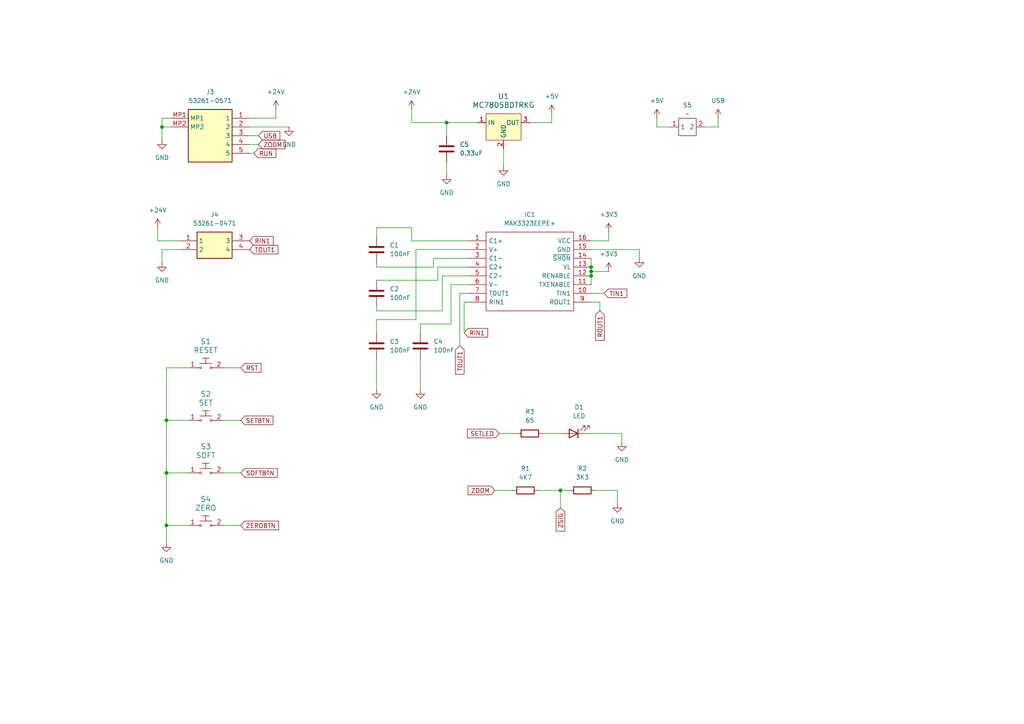
<source format=kicad_sch>
(kicad_sch (version 20231120) (generator "eeschema") (generator_version "8.0")
  (paper "A4")
  (lib_symbols
    (symbol "53261-0471:53261-0471"
      (property "Reference" "J" (at 16.51 7.62 0))
      (property "Value" "53261-0471" (at 16.51 5.08 0))
      (symbol "53261-0471_1_1"
        (rectangle (start 5.08 2.54) (end 15.24 -5.08) (stroke (width 0.254)) (fill (type background)))
        (pin passive line (at 0 0 0) (length 5.08) (name "1") (number "1"))
        (pin passive line (at 0 -2.54 0) (length 5.08) (name "2") (number "2"))
        (pin passive line (at 20.32 0 180) (length 5.08) (name "3") (number "3"))
        (pin passive line (at 20.32 -2.54 180) (length 5.08) (name "4") (number "4"))
      )
    )
    (symbol "53261-0571:53261-0571"
      (property "Reference" "J" (at 19.05 7.62 0))
      (property "Value" "53261-0571" (at 19.05 5.08 0))
      (symbol "53261-0571_1_1"
        (rectangle (start 5.08 2.54) (end 17.78 -12.7) (stroke (width 0.254)) (fill (type background)))
        (pin passive line (at 22.86 0 180) (length 5.08) (name "1") (number "1"))
        (pin passive line (at 22.86 -2.54 180) (length 5.08) (name "2") (number "2"))
        (pin passive line (at 22.86 -5.08 180) (length 5.08) (name "3") (number "3"))
        (pin passive line (at 22.86 -7.62 180) (length 5.08) (name "4") (number "4"))
        (pin passive line (at 22.86 -10.16 180) (length 5.08) (name "5") (number "5"))
        (pin passive line (at 0 0 0) (length 5.08) (name "MP1") (number "MP1"))
        (pin passive line (at 0 -2.54 0) (length 5.08) (name "MP2") (number "MP2"))
      )
    )
    (symbol "Device:C" (pin_numbers hide) (pin_names (offset 0.254))
      (property "Reference" "C" (at 0.635 2.54 0))
      (property "Value" "C" (at 0.635 -2.54 0))
      (symbol "C_0_1"
        (polyline (pts (xy -2.032 -0.762) (xy 2.032 -0.762)) (stroke (width 0.508)))
        (polyline (pts (xy -2.032 0.762) (xy 2.032 0.762)) (stroke (width 0.508)))
      )
      (symbol "C_1_1"
        (pin passive line (at 0 3.81 270) (length 2.794) (name "~") (number "1"))
        (pin passive line (at 0 -3.81 90) (length 2.794) (name "~") (number "2"))
      )
    )
    (symbol "Device:DS04-254-1L-01BK"
      (property "Reference" "SW" (at 0 0 0))
      (symbol "DS04-254-1L-01BK_0_1"
        (rectangle (start -2.54 2.54) (end 2.54 -2.54))
      )
      (symbol "DS04-254-1L-01BK_1_1"
        (pin bidirectional line (at -5.08 0 0) (length 2.54) (name "1") (number "1"))
        (pin bidirectional line (at 5.08 0 180) (length 2.54) (name "2") (number "2"))
      )
    )
    (symbol "Device:LED" (pin_numbers hide) (pin_names (offset 1.016) hide)
      (property "Reference" "D" (at 0 2.54 0))
      (property "Value" "LED" (at 0 -2.54 0))
      (symbol "LED_0_1"
        (polyline (pts (xy -1.27 -1.27) (xy -1.27 1.27)) (stroke (width 0.254)))
        (polyline (pts (xy -1.27 0) (xy 1.27 0)))
        (polyline (pts (xy 1.27 -1.27) (xy 1.27 1.27) (xy -1.27 0) (xy 1.27 -1.27)) (stroke (width 0.254)))
        (polyline (pts (xy -3.048 -0.762) (xy -4.572 -2.286) (xy -3.81 -2.286) (xy -4.572 -2.286) (xy -4.572 -1.524)))
        (polyline (pts (xy -1.778 -0.762) (xy -3.302 -2.286) (xy -2.54 -2.286) (xy -3.302 -2.286) (xy -3.302 -1.524)))
      )
      (symbol "LED_1_1"
        (pin passive line (at -3.81 0 0) (length 2.54) (name "K") (number "1"))
        (pin passive line (at 3.81 0 180) (length 2.54) (name "A") (number "2"))
      )
    )
    (symbol "Device:R" (pin_numbers hide) (pin_names (offset 0))
      (property "Reference" "R" (at 2.032 0 90))
      (property "Value" "R" (at 0 0 90))
      (symbol "R_0_1"
        (rectangle (start -1.016 -2.54) (end 1.016 2.54) (stroke (width 0.254)))
      )
      (symbol "R_1_1"
        (pin passive line (at 0 3.81 270) (length 1.27) (name "~") (number "1"))
        (pin passive line (at 0 -3.81 90) (length 1.27) (name "~") (number "2"))
      )
    )
    (symbol "MAX3323EEPE+:MAX3323EEPE+" (pin_names (offset 0.762))
      (property "Reference" "IC" (at 31.75 7.62 0))
      (property "Value" "MAX3323EEPE+" (at 31.75 5.08 0))
      (symbol "MAX3323EEPE+_0_0"
        (pin passive line (at 0 0 0) (length 5.08) (name "C1+") (number "1"))
        (pin passive line (at 35.56 -15.24 180) (length 5.08) (name "TIN1") (number "10"))
        (pin passive line (at 35.56 -12.7 180) (length 5.08) (name "TXENABLE") (number "11"))
        (pin passive line (at 35.56 -10.16 180) (length 5.08) (name "RENABLE") (number "12"))
        (pin passive line (at 35.56 -7.62 180) (length 5.08) (name "VL") (number "13"))
        (pin passive line (at 35.56 -5.08 180) (length 5.08) (name "~{SHDN}") (number "14"))
        (pin passive line (at 35.56 -2.54 180) (length 5.08) (name "GND") (number "15"))
        (pin passive line (at 35.56 0 180) (length 5.08) (name "VCC") (number "16"))
        (pin passive line (at 0 -2.54 0) (length 5.08) (name "V+") (number "2"))
        (pin passive line (at 0 -5.08 0) (length 5.08) (name "C1-") (number "3"))
        (pin passive line (at 0 -7.62 0) (length 5.08) (name "C2+") (number "4"))
        (pin passive line (at 0 -10.16 0) (length 5.08) (name "C2-") (number "5"))
        (pin passive line (at 0 -12.7 0) (length 5.08) (name "V-") (number "6"))
        (pin passive line (at 0 -15.24 0) (length 5.08) (name "TOUT1") (number "7"))
        (pin passive line (at 0 -17.78 0) (length 5.08) (name "RIN1") (number "8"))
        (pin passive line (at 35.56 -17.78 180) (length 5.08) (name "ROUT1") (number "9"))
      )
      (symbol "MAX3323EEPE+_0_1"
        (polyline (pts (xy 5.08 2.54) (xy 30.48 2.54) (xy 30.48 -20.32) (xy 5.08 -20.32) (xy 5.08 2.54)) (stroke (width 0.1524)))
      )
    )
    (symbol "dk_PMIC-Voltage-Regulators-Linear:MC7805BDTRKG"
      (property "Reference" "U1" (at 0 7.62 0))
      (property "Value" "MC7805BDTRKG" (at 0 5.08 0))
      (symbol "MC7805BDTRKG_0_1"
        (rectangle (start -5.08 2.54) (end 5.08 -5.08) (fill (type background)))
      )
      (symbol "MC7805BDTRKG_1_1"
        (pin input line (at -7.62 0 0) (length 2.54) (name "IN") (number "1"))
        (pin power_in line (at 0 -7.62 90) (length 2.54) (name "GND") (number "2"))
        (pin output line (at 7.62 0 180) (length 2.54) (name "OUT") (number "3"))
      )
    )
    (symbol "dk_Tactile-Switches:B3U-1000P" (pin_names (offset 1.016))
      (property "Reference" "S" (at 0 4.064 0))
      (property "Value" "B3U-1000P" (at 0 -2.54 0))
      (symbol "B3U-1000P_0_1"
        (circle (center -1.524 0) (radius 0.254))
        (polyline (pts (xy -2.54 0) (xy -1.778 0)))
        (polyline (pts (xy -1.778 1.27) (xy 1.778 1.27)))
        (polyline (pts (xy -1.016 2.794) (xy 1.016 2.794)))
        (polyline (pts (xy 0 1.27) (xy 0 2.794)))
        (polyline (pts (xy 2.54 0) (xy 1.778 0)))
        (circle (center 1.524 0) (radius 0.254))
      )
      (symbol "B3U-1000P_1_1"
        (pin passive line (at -5.08 0 0) (length 2.54) (name "~") (number "1"))
        (pin passive line (at 5.08 0 180) (length 2.54) (name "~") (number "2"))
      )
    )
    (symbol "power:+24V" (power) (pin_numbers hide) (pin_names (offset 0) hide)
      (property "Value" "+24V" (at 0 3.556 0))
      (symbol "+24V_0_1"
        (polyline (pts (xy -0.762 1.27) (xy 0 2.54)))
        (polyline (pts (xy 0 0) (xy 0 2.54)))
        (polyline (pts (xy 0 2.54) (xy 0.762 1.27)))
      )
      (symbol "+24V_1_1"
        (pin power_in line (at 0 0 90) (length 0) (name "~") (number "1"))
      )
    )
    (symbol "power:+3V3" (power) (pin_numbers hide) (pin_names (offset 0) hide)
      (property "Value" "+3V3" (at 0 3.556 0))
      (symbol "+3V3_0_1"
        (polyline (pts (xy -0.762 1.27) (xy 0 2.54)))
        (polyline (pts (xy 0 0) (xy 0 2.54)))
        (polyline (pts (xy 0 2.54) (xy 0.762 1.27)))
      )
      (symbol "+3V3_1_1"
        (pin power_in line (at 0 0 90) (length 0) (name "~") (number "1"))
      )
    )
    (symbol "power:+5V" (power) (pin_numbers hide) (pin_names (offset 0) hide)
      (property "Value" "+5V" (at 0 3.556 0))
      (symbol "+5V_0_1"
        (polyline (pts (xy -0.762 1.27) (xy 0 2.54)))
        (polyline (pts (xy 0 0) (xy 0 2.54)))
        (polyline (pts (xy 0 2.54) (xy 0.762 1.27)))
      )
      (symbol "+5V_1_1"
        (pin power_in line (at 0 0 90) (length 0) (name "~") (number "1"))
      )
    )
    (symbol "power:GND" (power) (pin_numbers hide) (pin_names (offset 0) hide)
      (property "Value" "GND" (at 0 -3.81 0))
      (symbol "GND_0_1"
        (polyline (pts (xy 0 0) (xy 0 -1.27) (xy 1.27 -1.27) (xy 0 -2.54) (xy -1.27 -1.27) (xy 0 -1.27)))
      )
      (symbol "GND_1_1"
        (pin power_in line (at 0 0 270) (length 0) (name "~") (number "1"))
      )
    )
  )
  (junction (at 162.56 142.24))
  (junction (at 48.26 152.4))
  (junction (at 46.99 36.83))
  (junction (at 171.45 80.01))
  (junction (at 48.26 137.16))
  (junction (at 129.54 35.56))
  (junction (at 171.45 77.47))
  (junction (at 48.26 121.92))
  (junction (at 171.45 78.74))
  (wire (pts (xy 48.26 106.68) (xy 48.26 121.92)))
  (wire (pts (xy 46.99 34.29) (xy 49.53 34.29)))
  (wire (pts (xy 48.26 121.92) (xy 48.26 137.16)))
  (wire (pts (xy 125.73 77.47) (xy 125.73 74.93)))
  (wire (pts (xy 171.45 69.85) (xy 176.53 69.85)))
  (wire (pts (xy 130.81 93.98) (xy 130.81 82.55)))
  (wire (pts (xy 48.26 137.16) (xy 48.26 152.4)))
  (wire (pts (xy 109.22 92.71) (xy 120.65 92.71)))
  (wire (pts (xy 133.35 85.09) (xy 133.35 100.33)))
  (wire (pts (xy 130.81 82.55) (xy 135.89 82.55)))
  (wire (pts (xy 46.99 34.29) (xy 46.99 36.83)))
  (wire (pts (xy 64.77 152.4) (xy 69.85 152.4)))
  (wire (pts (xy 180.34 125.73) (xy 180.34 128.27)))
  (wire (pts (xy 171.45 85.09) (xy 175.26 85.09)))
  (wire (pts (xy 109.22 76.2) (xy 109.22 77.47)))
  (wire (pts (xy 129.54 46.99) (xy 129.54 50.8)))
  (wire (pts (xy 146.05 43.18) (xy 146.05 48.26)))
  (wire (pts (xy 54.61 106.68) (xy 48.26 106.68)))
  (wire (pts (xy 127 81.28) (xy 127 77.47)))
  (wire (pts (xy 135.89 69.85) (xy 119.38 69.85)))
  (wire (pts (xy 109.22 77.47) (xy 125.73 77.47)))
  (wire (pts (xy 48.26 152.4) (xy 54.61 152.4)))
  (wire (pts (xy 162.56 142.24) (xy 162.56 147.32)))
  (wire (pts (xy 171.45 78.74) (xy 171.45 80.01)))
  (wire (pts (xy 143.51 142.24) (xy 148.59 142.24)))
  (wire (pts (xy 119.38 31.75) (xy 119.38 35.56)))
  (wire (pts (xy 162.56 142.24) (xy 165.1 142.24)))
  (wire (pts (xy 109.22 88.9) (xy 109.22 90.17)))
  (wire (pts (xy 171.45 72.39) (xy 185.42 72.39)))
  (wire (pts (xy 157.48 125.73) (xy 162.56 125.73)))
  (wire (pts (xy 173.99 87.63) (xy 173.99 90.17)))
  (wire (pts (xy 109.22 92.71) (xy 109.22 96.52)))
  (wire (pts (xy 190.5 34.29) (xy 190.5 36.83)))
  (wire (pts (xy 121.92 96.52) (xy 121.92 93.98)))
  (wire (pts (xy 46.99 36.83) (xy 46.99 40.64)))
  (wire (pts (xy 179.07 142.24) (xy 179.07 146.05)))
  (wire (pts (xy 129.54 35.56) (xy 138.43 35.56)))
  (wire (pts (xy 190.5 36.83) (xy 194.31 36.83)))
  (wire (pts (xy 109.22 90.17) (xy 128.27 90.17)))
  (wire (pts (xy 72.39 34.29) (xy 80.01 34.29)))
  (wire (pts (xy 72.39 39.37) (xy 74.93 39.37)))
  (wire (pts (xy 119.38 35.56) (xy 129.54 35.56)))
  (wire (pts (xy 171.45 87.63) (xy 173.99 87.63)))
  (wire (pts (xy 127 77.47) (xy 135.89 77.47)))
  (wire (pts (xy 64.77 106.68) (xy 69.85 106.68)))
  (wire (pts (xy 160.02 33.02) (xy 160.02 35.56)))
  (wire (pts (xy 48.26 137.16) (xy 54.61 137.16)))
  (wire (pts (xy 72.39 44.45) (xy 73.66 44.45)))
  (wire (pts (xy 153.67 35.56) (xy 160.02 35.56)))
  (wire (pts (xy 72.39 41.91) (xy 74.93 41.91)))
  (wire (pts (xy 144.78 125.73) (xy 149.86 125.73)))
  (wire (pts (xy 171.45 77.47) (xy 171.45 78.74)))
  (wire (pts (xy 170.18 125.73) (xy 180.34 125.73)))
  (wire (pts (xy 64.77 137.16) (xy 69.85 137.16)))
  (wire (pts (xy 171.45 78.74) (xy 176.53 78.74)))
  (wire (pts (xy 171.45 74.93) (xy 171.45 77.47)))
  (wire (pts (xy 135.89 85.09) (xy 133.35 85.09)))
  (wire (pts (xy 48.26 121.92) (xy 54.61 121.92)))
  (wire (pts (xy 172.72 142.24) (xy 179.07 142.24)))
  (wire (pts (xy 120.65 92.71) (xy 120.65 72.39)))
  (wire (pts (xy 45.72 69.85) (xy 52.07 69.85)))
  (wire (pts (xy 156.21 142.24) (xy 162.56 142.24)))
  (wire (pts (xy 48.26 152.4) (xy 48.26 157.48)))
  (wire (pts (xy 46.99 36.83) (xy 49.53 36.83)))
  (wire (pts (xy 109.22 81.28) (xy 127 81.28)))
  (wire (pts (xy 46.99 76.2) (xy 46.99 72.39)))
  (wire (pts (xy 135.89 87.63) (xy 134.62 87.63)))
  (wire (pts (xy 204.47 36.83) (xy 208.28 36.83)))
  (wire (pts (xy 64.77 121.92) (xy 69.85 121.92)))
  (wire (pts (xy 46.99 72.39) (xy 52.07 72.39)))
  (wire (pts (xy 109.22 66.04) (xy 109.22 68.58)))
  (wire (pts (xy 119.38 69.85) (xy 119.38 66.04)))
  (wire (pts (xy 128.27 80.01) (xy 135.89 80.01)))
  (wire (pts (xy 119.38 66.04) (xy 109.22 66.04)))
  (wire (pts (xy 128.27 90.17) (xy 128.27 80.01)))
  (wire (pts (xy 121.92 93.98) (xy 130.81 93.98)))
  (wire (pts (xy 208.28 34.29) (xy 208.28 36.83)))
  (wire (pts (xy 185.42 72.39) (xy 185.42 74.93)))
  (wire (pts (xy 121.92 104.14) (xy 121.92 113.03)))
  (wire (pts (xy 125.73 74.93) (xy 135.89 74.93)))
  (wire (pts (xy 80.01 31.75) (xy 80.01 34.29)))
  (wire (pts (xy 120.65 72.39) (xy 135.89 72.39)))
  (wire (pts (xy 45.72 66.04) (xy 45.72 69.85)))
  (wire (pts (xy 72.39 36.83) (xy 83.82 36.83)))
  (wire (pts (xy 109.22 104.14) (xy 109.22 113.03)))
  (wire (pts (xy 176.53 67.31) (xy 176.53 69.85)))
  (wire (pts (xy 171.45 80.01) (xy 171.45 82.55)))
  (wire (pts (xy 134.62 87.63) (xy 134.62 96.52)))
  (wire (pts (xy 129.54 39.37) (xy 129.54 35.56)))
  (global_label "USB" (shape input) (at 74.93 39.37 0) (property "Intersheetrefs" "${INTERSHEET_REFS}" (effects (hide yes))))
  (global_label "ZEROBTN" (shape input) (at 69.85 152.4 0) (property "Intersheetrefs" "${INTERSHEET_REFS}" (effects (hide yes))))
  (global_label "RIN1" (shape input) (at 72.39 69.85 0) (property "Intersheetrefs" "${INTERSHEET_REFS}" (effects (hide yes))))
  (global_label "SETLED" (shape input) (at 144.78 125.73 180) (property "Intersheetrefs" "${INTERSHEET_REFS}" (effects (hide yes))))
  (global_label "TOUT1" (shape input) (at 133.35 100.33 270) (property "Intersheetrefs" "${INTERSHEET_REFS}" (effects (hide yes))))
  (global_label "RST" (shape input) (at 69.85 106.68 0) (property "Intersheetrefs" "${INTERSHEET_REFS}" (effects (hide yes))))
  (global_label "SOFTBTN" (shape input) (at 69.85 137.16 0) (property "Intersheetrefs" "${INTERSHEET_REFS}" (effects (hide yes))))
  (global_label "ZOOM" (shape input) (at 74.93 41.91 0) (property "Intersheetrefs" "${INTERSHEET_REFS}" (effects (hide yes))))
  (global_label "SETBTN" (shape input) (at 69.85 121.92 0) (property "Intersheetrefs" "${INTERSHEET_REFS}" (effects (hide yes))))
  (global_label "ZOOM" (shape input) (at 143.51 142.24 180) (property "Intersheetrefs" "${INTERSHEET_REFS}" (effects (hide yes))))
  (global_label "ROUT1" (shape input) (at 173.99 90.17 270) (property "Intersheetrefs" "${INTERSHEET_REFS}" (effects (hide yes))))
  (global_label "ZSIG" (shape input) (at 162.56 147.32 270) (property "Intersheetrefs" "${INTERSHEET_REFS}" (effects (hide yes))))
  (global_label "TIN1" (shape input) (at 175.26 85.09 0) (property "Intersheetrefs" "${INTERSHEET_REFS}" (effects (hide yes))))
  (global_label "RUN" (shape input) (at 73.66 44.45 0) (property "Intersheetrefs" "${INTERSHEET_REFS}" (effects (hide yes))))
  (global_label "RIN1" (shape input) (at 134.62 96.52 0) (property "Intersheetrefs" "${INTERSHEET_REFS}" (effects (hide yes))))
  (global_label "TOUT1" (shape input) (at 72.39 72.39 0) (property "Intersheetrefs" "${INTERSHEET_REFS}" (effects (hide yes))))
  (symbol (lib_id "power:+24V") (at 45.72 66.04 0) (unit 1)
    (property "Reference" "#PWR011" (effects (hide yes)))
    (property "Value" "+24V" (at 45.72 60.96 0))
    (property "Description" "Power symbol creates a global label with name \"+24V\"" (effects (hide yes)))
  )
  (symbol (lib_id "power:GND") (at 46.99 40.64 0) (unit 1)
    (property "Reference" "#PWR08" (effects (hide yes)))
    (property "Value" "GND" (at 46.99 45.72 0))
    (property "Description" "Power symbol creates a global label with name \"GND\" , ground" (effects (hide yes)))
  )
  (symbol (lib_id "dk_Tactile-Switches:B3U-1000P") (at 59.69 121.92 0) (unit 1)
    (property "Reference" "S2" (at 59.69 114.3 0) (effects (font (size 1.524 1.524))))
    (property "Value" "SET" (at 59.69 116.84 0) (effects (font (size 1.524 1.524))))
    (property "Footprint" "digikey-footprints:Switch_Tactile_SMD_B3U-1000P" (effects (hide yes)))
    (property "Datasheet" "https://omronfs.omron.com/en_US/ecb/products/pdf/en-b3u.pdf" (effects (hide yes)))
    (property "Description" "SWITCH TACTILE SPST-NO 0.05A 12V" (effects (hide yes)))
    (property "MPN" "B3U-1000P" (effects (hide yes)))
    (property "Category" "Switches" (effects (hide yes)))
    (property "Family" "Tactile Switches" (effects (hide yes)))
    (property "DK_Datasheet_Link" "https://omronfs.omron.com/en_US/ecb/products/pdf/en-b3u.pdf" (effects (hide yes)))
    (property "DK_Detail_Page" "/product-detail/en/omron-electronics-inc-emc-div/B3U-1000P/SW1020CT-ND/1534357" (effects (hide yes)))
    (property "Manufacturer" "Omron Electronics Inc-EMC Div" (effects (hide yes)))
    (property "Status" "Active" (effects (hide yes)))
  )
  (symbol (lib_id "power:+3V3") (at 176.53 78.74 0) (unit 1)
    (property "Reference" "#PWR025" (effects (hide yes)))
    (property "Value" "+3V3" (at 176.53 73.66 0))
    (property "Description" "Power symbol creates a global label with name \"+3V3\"" (effects (hide yes)))
  )
  (symbol (lib_id "power:GND") (at 109.22 113.03 0) (unit 1)
    (property "Reference" "#PWR01" (effects (hide yes)))
    (property "Value" "GND" (at 109.22 118.11 0))
    (property "Description" "Power symbol creates a global label with name \"GND\" , ground" (effects (hide yes)))
  )
  (symbol (lib_id "power:GND") (at 48.26 157.48 0) (unit 1)
    (property "Reference" "#PWR06" (effects (hide yes)))
    (property "Value" "GND" (at 48.26 162.56 0))
    (property "Description" "Power symbol creates a global label with name \"GND\" , ground" (effects (hide yes)))
  )
  (symbol (lib_id "power:+3V3") (at 176.53 67.31 0) (unit 1)
    (property "Reference" "#PWR018" (effects (hide yes)))
    (property "Value" "+3V3" (at 176.53 62.23 0))
    (property "Description" "Power symbol creates a global label with name \"+3V3\"" (effects (hide yes)))
  )
  (symbol (lib_id "power:+5V") (at 190.5 34.29 0) (unit 1)
    (property "Reference" "#PWR015" (effects (hide yes)))
    (property "Value" "+5V" (at 190.5 29.21 0))
    (property "Description" "Power symbol creates a global label with name \"+5V\"" (effects (hide yes)))
  )
  (symbol (lib_id "dk_Tactile-Switches:B3U-1000P") (at 59.69 137.16 0) (unit 1)
    (property "Reference" "S3" (at 59.69 129.54 0) (effects (font (size 1.524 1.524))))
    (property "Value" "SOFT" (at 59.69 132.08 0) (effects (font (size 1.524 1.524))))
    (property "Footprint" "digikey-footprints:Switch_Tactile_SMD_B3U-1000P" (effects (hide yes)))
    (property "Datasheet" "https://omronfs.omron.com/en_US/ecb/products/pdf/en-b3u.pdf" (effects (hide yes)))
    (property "Description" "SWITCH TACTILE SPST-NO 0.05A 12V" (effects (hide yes)))
    (property "MPN" "B3U-1000P" (effects (hide yes)))
    (property "Category" "Switches" (effects (hide yes)))
    (property "Family" "Tactile Switches" (effects (hide yes)))
    (property "DK_Datasheet_Link" "https://omronfs.omron.com/en_US/ecb/products/pdf/en-b3u.pdf" (effects (hide yes)))
    (property "DK_Detail_Page" "/product-detail/en/omron-electronics-inc-emc-div/B3U-1000P/SW1020CT-ND/1534357" (effects (hide yes)))
    (property "Manufacturer" "Omron Electronics Inc-EMC Div" (effects (hide yes)))
    (property "Status" "Active" (effects (hide yes)))
  )
  (symbol (lib_id "Device:R") (at 168.91 142.24 90) (unit 1)
    (property "Reference" "R2" (at 168.91 135.89 90))
    (property "Value" "3K3" (at 168.91 138.43 90))
    (property "Footprint" "Resistor_SMD:R_1206_3216Metric_Pad1.30x1.75mm_HandSolder" (effects (hide yes)))
    (property "Description" "Resistor" (effects (hide yes)))
  )
  (symbol (lib_id "dk_PMIC-Voltage-Regulators-Linear:MC7805BDTRKG") (at 146.05 35.56 0) (unit 1)
    (property "Reference" "U1" (at 146.05 27.94 0) (effects (font (size 1.524 1.524))))
    (property "Value" "MC7805BDTRKG" (at 146.05 30.48 0) (effects (font (size 1.524 1.524))))
    (property "Footprint" "digikey-footprints:TO-220-3" (effects (hide yes)))
    (property "Datasheet" "http://www.onsemi.com/pub/Collateral/MC7800-D.PDF" (effects (hide yes)))
    (property "Description" "IC REG LINEAR 5V 1A DPAK" (effects (hide yes)))
    (property "MPN" "MC7805BDTRKG" (effects (hide yes)))
    (property "Category" "Integrated Circuits (ICs)" (effects (hide yes)))
    (property "Family" "PMIC - Voltage Regulators - Linear" (effects (hide yes)))
    (property "DK_Datasheet_Link" "http://www.onsemi.com/pub/Collateral/MC7800-D.PDF" (effects (hide yes)))
    (property "DK_Detail_Page" "/product-detail/en/on-semiconductor/MC7805BDTRKG/MC7805BDTRKGOSCT-ND/1139742" (effects (hide yes)))
    (property "Manufacturer" "ON Semiconductor" (effects (hide yes)))
    (property "Status" "Active" (effects (hide yes)))
  )
  (symbol (lib_id "power:+5V") (at 208.28 34.29 0) (unit 1)
    (property "Reference" "#PWR016" (effects (hide yes)))
    (property "Value" "USB" (at 208.28 29.21 0))
    (property "Description" "Power symbol creates a global label with name \"+5V\"" (effects (hide yes)))
  )
  (symbol (lib_id "53261-0471:53261-0471") (at 52.07 69.85 0) (unit 1)
    (property "Reference" "J4" (at 62.23 62.23 0))
    (property "Value" "53261-0471" (at 62.23 64.77 0))
    (property "Footprint" "53261-0471:53261-0471" (effects (hide yes)))
    (property "Datasheet" "http://www.molex.com/webdocs/datasheets/pdf/en-us//0532610471_PCB_HEADERS.pdf" (effects (hide yes)))
    (property "Description" "4 way SMT r/a header Molex PICOBLADE Series, Series Number 53261, 1.25mm Pitch 4 Way 1 Row Shrouded Right Angle PCB Header, Surface Mount" (effects (hide yes)))
    (property "Mouser Part Number" "538-53261-0471" (effects (hide yes)))
    (property "Mouser Price/Stock" "https://www.mouser.co.uk/ProductDetail/Molex/53261-0471?qs=%252B72YyncTwW9e3et3PwnEMw%3D%3D" (effects (hide yes)))
    (property "Manufacturer_Name" "Molex" (effects (hide yes)))
    (property "Manufacturer_Part_Number" "53261-0471" (effects (hide yes)))
  )
  (symbol (lib_id "power:+5V") (at 160.02 33.02 0) (unit 1)
    (property "Reference" "#PWR014" (effects (hide yes)))
    (property "Value" "+5V" (at 160.02 27.94 0))
    (property "Description" "Power symbol creates a global label with name \"+5V\"" (effects (hide yes)))
  )
  (symbol (lib_id "MAX3323EEPE+:MAX3323EEPE+") (at 135.89 69.85 0) (unit 1)
    (property "Reference" "IC1" (at 153.67 62.23 0))
    (property "Value" "MAX3323EEPE+" (at 153.67 64.77 0))
    (property "Footprint" "MAX3323EEPE+:DIP794W56P254L1918H457Q16N" (effects (hide yes)))
    (property "Datasheet" "https://componentsearchengine.com/Datasheets/2/MAX3323EEPE+.pdf" (effects (hide yes)))
    (property "Description" "RS-232 Interface IC +/-15kV ESD-Protected, RS-232 Transceivers for Multidrop Applications" (effects (hide yes)))
    (property "Height" "4.572" (effects (hide yes)))
    (property "Mouser Part Number" "700-MAX3323EEPE" (effects (hide yes)))
    (property "Mouser Price/Stock" "https://www.mouser.co.uk/ProductDetail/Analog-Devices-Maxim-Integrated/MAX3323EEPE%2b?qs=CDqwynd4ZNoRwc1iI5RFww%3D%3D" (effects (hide yes)))
    (property "Manufacturer_Name" "Analog Devices" (effects (hide yes)))
    (property "Manufacturer_Part_Number" "MAX3323EEPE+" (effects (hide yes)))
  )
  (symbol (lib_id "power:GND") (at 83.82 36.83 0) (unit 1)
    (property "Reference" "#PWR010" (effects (hide yes)))
    (property "Value" "GND" (at 83.82 41.91 0))
    (property "Description" "Power symbol creates a global label with name \"GND\" , ground" (effects (hide yes)))
  )
  (symbol (lib_id "dk_Tactile-Switches:B3U-1000P") (at 59.69 106.68 0) (unit 1)
    (property "Reference" "S1" (at 59.69 99.06 0) (effects (font (size 1.524 1.524))))
    (property "Value" "RESET" (at 59.69 101.6 0) (effects (font (size 1.524 1.524))))
    (property "Footprint" "digikey-footprints:Switch_Tactile_SMD_B3U-1000P" (effects (hide yes)))
    (property "Datasheet" "https://omronfs.omron.com/en_US/ecb/products/pdf/en-b3u.pdf" (effects (hide yes)))
    (property "Description" "SWITCH TACTILE SPST-NO 0.05A 12V" (effects (hide yes)))
    (property "MPN" "B3U-1000P" (effects (hide yes)))
    (property "Category" "Switches" (effects (hide yes)))
    (property "Family" "Tactile Switches" (effects (hide yes)))
    (property "DK_Datasheet_Link" "https://omronfs.omron.com/en_US/ecb/products/pdf/en-b3u.pdf" (effects (hide yes)))
    (property "DK_Detail_Page" "/product-detail/en/omron-electronics-inc-emc-div/B3U-1000P/SW1020CT-ND/1534357" (effects (hide yes)))
    (property "Manufacturer" "Omron Electronics Inc-EMC Div" (effects (hide yes)))
    (property "Status" "Active" (effects (hide yes)))
  )
  (symbol (lib_id "Device:DS04-254-1L-01BK") (at 199.39 36.83 0) (unit 1)
    (property "Reference" "S5" (at 199.39 30.48 0))
    (property "Value" "~" (at 199.39 33.02 0))
    (property "Footprint" "MyLibrary:DS04-254-1L-01" (effects (hide yes)))
  )
  (symbol (lib_id "Device:C") (at 121.92 100.33 0) (unit 1)
    (property "Reference" "C4" (at 125.73 99.0599 0) (effects (justify left)))
    (property "Value" "100nF" (at 125.73 101.5999 0) (effects (justify left)))
    (property "Footprint" "Capacitor_SMD:C_1812_4532Metric_Pad1.57x3.40mm_HandSolder" (effects (hide yes)))
    (property "Description" "Unpolarized capacitor" (effects (hide yes)))
  )
  (symbol (lib_id "Device:C") (at 129.54 43.18 180) (unit 1)
    (property "Reference" "C5" (at 133.35 41.9099 0) (effects (justify right)))
    (property "Value" "0.33uF" (at 133.35 44.4499 0) (effects (justify right)))
    (property "Footprint" "Capacitor_SMD:C_1812_4532Metric_Pad1.57x3.40mm_HandSolder" (effects (hide yes)))
    (property "Description" "Unpolarized capacitor" (effects (hide yes)))
  )
  (symbol (lib_id "power:GND") (at 180.34 128.27 0) (unit 1)
    (property "Reference" "#PWR05" (effects (hide yes)))
    (property "Value" "GND" (at 180.34 133.35 0))
    (property "Description" "Power symbol creates a global label with name \"GND\" , ground" (effects (hide yes)))
  )
  (symbol (lib_id "power:GND") (at 129.54 50.8 0) (unit 1)
    (property "Reference" "#PWR013" (effects (hide yes)))
    (property "Value" "GND" (at 129.54 55.88 0))
    (property "Description" "Power symbol creates a global label with name \"GND\" , ground" (effects (hide yes)))
  )
  (symbol (lib_id "Device:R") (at 152.4 142.24 90) (unit 1)
    (property "Reference" "R1" (at 152.4 135.89 90))
    (property "Value" "4K7" (at 152.4 138.43 90))
    (property "Footprint" "Resistor_SMD:R_1206_3216Metric_Pad1.30x1.75mm_HandSolder" (effects (hide yes)))
    (property "Description" "Resistor" (effects (hide yes)))
  )
  (symbol (lib_id "power:GND") (at 185.42 74.93 0) (unit 1)
    (property "Reference" "#PWR03" (effects (hide yes)))
    (property "Value" "GND" (at 185.42 80.01 0))
    (property "Description" "Power symbol creates a global label with name \"GND\" , ground" (effects (hide yes)))
  )
  (symbol (lib_id "Device:C") (at 109.22 100.33 0) (unit 1)
    (property "Reference" "C3" (at 113.03 99.0599 0) (effects (justify left)))
    (property "Value" "100nF" (at 113.03 101.5999 0) (effects (justify left)))
    (property "Footprint" "Capacitor_SMD:C_1812_4532Metric_Pad1.57x3.40mm_HandSolder" (effects (hide yes)))
    (property "Description" "Unpolarized capacitor" (effects (hide yes)))
  )
  (symbol (lib_id "power:+24V") (at 80.01 31.75 0) (unit 1)
    (property "Reference" "#PWR017" (effects (hide yes)))
    (property "Value" "+24V" (at 80.01 26.67 0))
    (property "Description" "Power symbol creates a global label with name \"+24V\"" (effects (hide yes)))
  )
  (symbol (lib_id "power:GND") (at 179.07 146.05 0) (unit 1)
    (property "Reference" "#PWR04" (effects (hide yes)))
    (property "Value" "GND" (at 179.07 151.13 0))
    (property "Description" "Power symbol creates a global label with name \"GND\" , ground" (effects (hide yes)))
  )
  (symbol (lib_id "Device:LED") (at 166.37 125.73 180) (unit 1)
    (property "Reference" "D1" (at 167.9575 118.11 0))
    (property "Value" "LED" (at 167.9575 120.65 0))
    (property "Footprint" "digikey-footprints:LED_5mm_Radial" (effects (hide yes)))
    (property "Description" "Light emitting diode" (effects (hide yes)))
  )
  (symbol (lib_id "power:GND") (at 121.92 113.03 0) (unit 1)
    (property "Reference" "#PWR02" (effects (hide yes)))
    (property "Value" "GND" (at 121.92 118.11 0))
    (property "Description" "Power symbol creates a global label with name \"GND\" , ground" (effects (hide yes)))
  )
  (symbol (lib_id "Device:C") (at 109.22 85.09 0) (unit 1)
    (property "Reference" "C2" (at 113.03 83.8199 0) (effects (justify left)))
    (property "Value" "100nF" (at 113.03 86.3599 0) (effects (justify left)))
    (property "Footprint" "Capacitor_SMD:C_1812_4532Metric_Pad1.57x3.40mm_HandSolder" (effects (hide yes)))
    (property "Description" "Unpolarized capacitor" (effects (hide yes)))
  )
  (symbol (lib_id "power:GND") (at 146.05 48.26 0) (unit 1)
    (property "Reference" "#PWR07" (effects (hide yes)))
    (property "Value" "GND" (at 146.05 53.34 0))
    (property "Description" "Power symbol creates a global label with name \"GND\" , ground" (effects (hide yes)))
  )
  (symbol (lib_id "Device:R") (at 153.67 125.73 90) (unit 1)
    (property "Reference" "R3" (at 153.67 119.38 90))
    (property "Value" "65" (at 153.67 121.92 90))
    (property "Footprint" "Resistor_SMD:R_1206_3216Metric_Pad1.30x1.75mm_HandSolder" (effects (hide yes)))
    (property "Description" "Resistor" (effects (hide yes)))
  )
  (symbol (lib_id "dk_Tactile-Switches:B3U-1000P") (at 59.69 152.4 0) (unit 1)
    (property "Reference" "S4" (at 59.69 144.78 0) (effects (font (size 1.524 1.524))))
    (property "Value" "ZERO" (at 59.69 147.32 0) (effects (font (size 1.524 1.524))))
    (property "Footprint" "digikey-footprints:Switch_Tactile_SMD_B3U-1000P" (effects (hide yes)))
    (property "Datasheet" "https://omronfs.omron.com/en_US/ecb/products/pdf/en-b3u.pdf" (effects (hide yes)))
    (property "Description" "SWITCH TACTILE SPST-NO 0.05A 12V" (effects (hide yes)))
    (property "MPN" "B3U-1000P" (effects (hide yes)))
    (property "Category" "Switches" (effects (hide yes)))
    (property "Family" "Tactile Switches" (effects (hide yes)))
    (property "DK_Datasheet_Link" "https://omronfs.omron.com/en_US/ecb/products/pdf/en-b3u.pdf" (effects (hide yes)))
    (property "DK_Detail_Page" "/product-detail/en/omron-electronics-inc-emc-div/B3U-1000P/SW1020CT-ND/1534357" (effects (hide yes)))
    (property "Manufacturer" "Omron Electronics Inc-EMC Div" (effects (hide yes)))
    (property "Status" "Active" (effects (hide yes)))
  )
  (symbol (lib_id "Device:C") (at 109.22 72.39 0) (unit 1)
    (property "Reference" "C1" (at 113.03 71.1199 0) (effects (justify left)))
    (property "Value" "100nF" (at 113.03 73.6599 0) (effects (justify left)))
    (property "Footprint" "Capacitor_SMD:C_1812_4532Metric_Pad1.57x3.40mm_HandSolder" (effects (hide yes)))
    (property "Description" "Unpolarized capacitor" (effects (hide yes)))
  )
  (symbol (lib_id "power:GND") (at 46.99 76.2 0) (unit 1)
    (property "Reference" "#PWR09" (effects (hide yes)))
    (property "Value" "GND" (at 46.99 81.28 0))
    (property "Description" "Power symbol creates a global label with name \"GND\" , ground" (effects (hide yes)))
  )
  (symbol (lib_id "53261-0571:53261-0571") (at 49.53 34.29 0) (unit 1)
    (property "Reference" "J3" (at 60.96 26.67 0))
    (property "Value" "53261-0571" (at 60.96 29.21 0))
    (property "Footprint" "53261-0571:532610571TR250" (effects (hide yes)))
    (property "Datasheet" "https://www.molex.com/pdm_docs/sd/532610571_sd.pdf" (effects (hide yes)))
    (property "Description" "Molex PICOBLADE Series, Series Number 53261, 1.25mm Pitch 5 Way 1 Row Right Angle PCB Header, Solder Termination, 1A" (effects (hide yes)))
    (property "Height" "3.4" (effects (hide yes)))
    (property "Mouser Part Number" "538-53261-0571" (effects (hide yes)))
    (property "Mouser Price/Stock" "https://www.mouser.co.uk/ProductDetail/Molex/53261-0571?qs=Z4ettq%2Fvyk9tUNWvtq%2FUoA%3D%3D" (effects (hide yes)))
    (property "Manufacturer_Name" "Molex" (effects (hide yes)))
    (property "Manufacturer_Part_Number" "53261-0571" (effects (hide yes)))
  )
  (symbol (lib_id "power:+24V") (at 119.38 31.75 0) (unit 1)
    (property "Reference" "#PWR012" (effects (hide yes)))
    (property "Value" "+24V" (at 119.38 26.67 0))
    (property "Description" "Power symbol creates a global label with name \"+24V\"" (effects (hide yes)))
  )
  (sheet (at 306.07 7.62) (size 105.41 109.22) (stroke (width 0.1524))
    (property "Sheetname" "breakouts" (at 306.07 6.9084 0) (effects (justify left bottom)))
    (property "Sheetfile" "breakouts.kicad_sch" (at 306.07 117.4246 0) (effects (justify left top)))
  )
)
</source>
